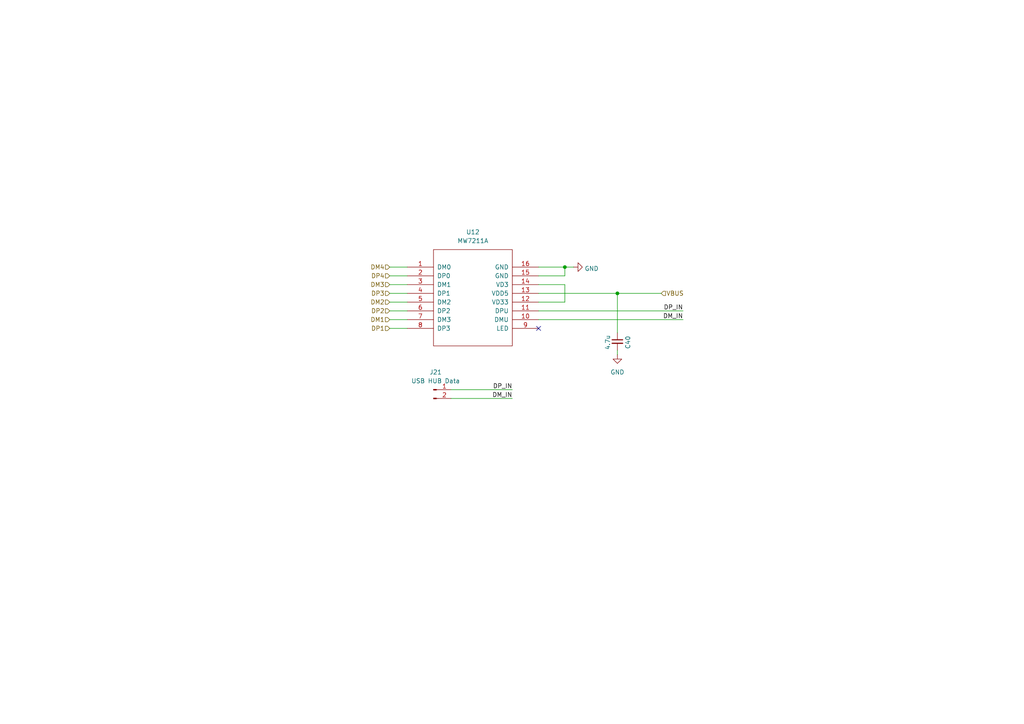
<source format=kicad_sch>
(kicad_sch (version 20250114) (generator "eeschema") (generator_version "9.0")
  (paper "A4")
  (title_block (title "${NAME}") (date "2025-04-20") (rev "${VERSION}") (company "Mikhail Matveev") (comment 1 "https://github.com/xtremespb/frank"))
  (lib_symbols
    (symbol "Connector:Conn_01x02_Pin" (pin_names (offset 1.016) (hide yes))
      (property "Reference" "J" (at 0 2.54 0))
      (property "Value" "Conn_01x02_Pin" (at 0 -5.08 0))
      (symbol "Conn_01x02_Pin_1_1"
        (rectangle (start 0.8636 0.127) (end 0 -0.127) (stroke (width 0.1524)) (fill (type outline)))
        (rectangle (start 0.8636 -2.413) (end 0 -2.667) (stroke (width 0.1524)) (fill (type outline)))
        (polyline (pts (xy 1.27 0) (xy 0.8636 0)) (stroke (width 0.1524)))
        (polyline (pts (xy 1.27 -2.54) (xy 0.8636 -2.54)) (stroke (width 0.1524)))
        (pin passive line (at 5.08 0 180) (length 3.81) (name "Pin_1") (number "1"))
        (pin passive line (at 5.08 -2.54 180) (length 3.81) (name "Pin_2") (number "2"))
      )
    )
    (symbol "Device:C_Small" (pin_numbers (hide yes)) (pin_names (offset 0.254) (hide yes))
      (property "Reference" "C" (at 0.254 1.778 0))
      (property "Value" "C_Small" (at 0.254 -2.032 0))
      (symbol "C_Small_0_1"
        (polyline (pts (xy -1.524 0.508) (xy 1.524 0.508)) (stroke (width 0.3048)))
        (polyline (pts (xy -1.524 -0.508) (xy 1.524 -0.508)) (stroke (width 0.3302)))
      )
      (symbol "C_Small_1_1"
        (pin passive line (at 0 2.54 270) (length 2.032) (name "~") (number "1"))
        (pin passive line (at 0 -2.54 90) (length 2.032) (name "~") (number "2"))
      )
    )
    (symbol "FRANK:MW7211A" (pin_names (offset 1.016))
      (property "Reference" "U10" (at 0 19.05 0))
      (property "Value" "MW7211A" (at 0 16.51 0))
      (symbol "MW7211A_1_0"
        (rectangle (start -11.43 -13.97) (end 11.43 13.97))
      )
      (symbol "MW7211A_1_1"
        (pin input line (at -19.05 8.89 0) (length 7.62) (name "DM0") (number "1"))
        (pin input line (at -19.05 6.35 0) (length 7.62) (name "DP0") (number "2"))
        (pin input line (at -19.05 3.81 0) (length 7.62) (name "DM1") (number "3"))
        (pin input line (at -19.05 1.27 0) (length 7.62) (name "DP1") (number "4"))
        (pin input line (at -19.05 -1.27 0) (length 7.62) (name "DM2") (number "5"))
        (pin input line (at -19.05 -3.81 0) (length 7.62) (name "DP2") (number "6"))
        (pin input line (at -19.05 -6.35 0) (length 7.62) (name "DM3") (number "7"))
        (pin input line (at -19.05 -8.89 0) (length 7.62) (name "DP3") (number "8"))
        (pin input line (at 19.05 8.89 180) (length 7.62) (name "GND") (number "16"))
        (pin input line (at 19.05 6.35 180) (length 7.62) (name "GND") (number "15"))
        (pin input line (at 19.05 3.81 180) (length 7.62) (name "VD3") (number "14"))
        (pin input line (at 19.05 1.27 180) (length 7.62) (name "VDD5") (number "13"))
        (pin input line (at 19.05 -1.27 180) (length 7.62) (name "VD33") (number "12"))
        (pin input line (at 19.05 -3.81 180) (length 7.62) (name "DPU") (number "11"))
        (pin input line (at 19.05 -6.35 180) (length 7.62) (name "DMU") (number "10"))
        (pin input line (at 19.05 -8.89 180) (length 7.62) (name "LED") (number "9"))
      )
    )
    (symbol "power:GND" (power) (pin_numbers (hide yes)) (pin_names (offset 0) (hide yes))
      (property "Value" "GND" (at 0 -3.81 0))
      (symbol "GND_0_1"
        (polyline (pts (xy 0 0) (xy 0 -1.27) (xy 1.27 -1.27) (xy 0 -2.54) (xy -1.27 -1.27) (xy 0 -1.27)))
      )
      (symbol "GND_1_1"
        (pin power_in line (at 0 0 270) (length 0) (name "~") (number "1"))
      )
    )
  )
  (junction (at 163.83 77.47))
  (junction (at 179.07 85.09))
  (no_connect (at 156.21 95.25))
  (wire (pts (xy 113.03 85.09) (xy 118.11 85.09)))
  (wire (pts (xy 163.83 82.55) (xy 156.21 82.55)))
  (wire (pts (xy 163.83 77.47) (xy 156.21 77.47)))
  (wire (pts (xy 156.21 87.63) (xy 163.83 87.63)))
  (wire (pts (xy 179.07 102.87) (xy 179.07 101.6)))
  (wire (pts (xy 156.21 85.09) (xy 179.07 85.09)))
  (wire (pts (xy 113.03 82.55) (xy 118.11 82.55)))
  (wire (pts (xy 156.21 80.01) (xy 163.83 80.01)))
  (wire (pts (xy 130.81 115.57) (xy 148.59 115.57)))
  (wire (pts (xy 163.83 87.63) (xy 163.83 82.55)))
  (wire (pts (xy 113.03 87.63) (xy 118.11 87.63)))
  (wire (pts (xy 130.81 113.03) (xy 148.59 113.03)))
  (wire (pts (xy 113.03 77.47) (xy 118.11 77.47)))
  (wire (pts (xy 163.83 80.01) (xy 163.83 77.47)))
  (wire (pts (xy 113.03 92.71) (xy 118.11 92.71)))
  (wire (pts (xy 179.07 85.09) (xy 191.77 85.09)))
  (wire (pts (xy 113.03 90.17) (xy 118.11 90.17)))
  (wire (pts (xy 156.21 90.17) (xy 198.12 90.17)))
  (wire (pts (xy 156.21 92.71) (xy 198.12 92.71)))
  (wire (pts (xy 166.37 77.47) (xy 163.83 77.47)))
  (wire (pts (xy 113.03 95.25) (xy 118.11 95.25)))
  (wire (pts (xy 113.03 80.01) (xy 118.11 80.01)))
  (wire (pts (xy 179.07 85.09) (xy 179.07 96.52)))
  (label "DP_IN" (at 198.12 90.17 180))
  (label "DM_IN" (at 198.12 92.71 180))
  (label "DM_IN" (at 148.59 115.57 180))
  (label "DP_IN" (at 148.59 113.03 180))
  (hierarchical_label "DM2" (shape input) (at 113.03 87.63 180))
  (hierarchical_label "DP3" (shape input) (at 113.03 85.09 180))
  (hierarchical_label "DM3" (shape input) (at 113.03 82.55 180))
  (hierarchical_label "DP4" (shape input) (at 113.03 80.01 180))
  (hierarchical_label "DM1" (shape input) (at 113.03 92.71 180))
  (hierarchical_label "VBUS" (shape input) (at 191.77 85.09 0))
  (hierarchical_label "DP2" (shape input) (at 113.03 90.17 180))
  (hierarchical_label "DP1" (shape input) (at 113.03 95.25 180))
  (hierarchical_label "DM4" (shape input) (at 113.03 77.47 180))
  (symbol (lib_id "power:GND") (at 179.07 102.87 0) (unit 1)
    (property "Reference" "#PWR0136" (effects (hide yes)))
    (property "Value" "GND" (at 179.07 107.95 0))
    (property "Description" "Power symbol creates a global label with name \"GND\" , ground" (effects (hide yes)))
  )
  (symbol (lib_id "power:GND") (at 166.37 77.47 90) (unit 1)
    (property "Reference" "#PWR0134" (effects (hide yes)))
    (property "Value" "GND" (at 169.545 77.9038 90) (effects (justify right)))
    (property "Description" "Power symbol creates a global label with name \"GND\" , ground" (effects (hide yes)))
  )
  (symbol (lib_id "Device:C_Small") (at 179.07 99.06 0) (unit 1)
    (property "Reference" "C40" (at 182.118 99.314 90))
    (property "Value" "4.7u" (at 176.276 99.314 90))
    (property "Footprint" "FRANK:Capacitor (0805)" (effects (hide yes)))
    (property "Datasheet" "https://eu.mouser.com/datasheet/2/40/KGM_X7R-3223212.pdf" (effects (hide yes)))
    (property "Description" "Unpolarized capacitor, small symbol" (effects (hide yes)))
    (property "AliExpress" "https://www.aliexpress.com/item/33008008276.html" (effects (hide yes)))
  )
  (symbol (lib_id "Connector:Conn_01x02_Pin") (at 125.73 113.03 0) (unit 1)
    (property "Reference" "J21" (at 126.365 107.95 0))
    (property "Value" "USB HUB Data" (at 126.365 110.49 0))
    (property "Footprint" "FRANK:Connector Female ZH 1.50mm (2 pins + tracks)" (effects (hide yes)))
    (property "Datasheet" "https://www.aliexpress.com/item/1005001649158434.html" (effects (hide yes)))
    (property "Description" "Generic connector, single row, 01x02, script generated" (effects (hide yes)))
    (property "AliExpress" "https://www.aliexpress.com/item/1005001649158434.html" (effects (hide yes)))
  )
  (symbol (lib_id "FRANK:MW7211A") (at 137.16 86.36 0) (unit 1)
    (property "Reference" "U12" (at 137.16 67.31 0))
    (property "Value" "MW7211A" (at 137.16 69.85 0))
    (property "Footprint" "FRANK:SOP-16" (effects (hide yes)))
    (property "Datasheet" "https://content.instructables.com/FTQ/K2JY/KW6E9NZ8/FTQK2JYKW6E9NZ8.pdf" (effects (hide yes)))
    (property "AliExpress" "https://www.aliexpress.com/item/1005007446137541.html" (effects (hide yes)))
  )
)
</source>
